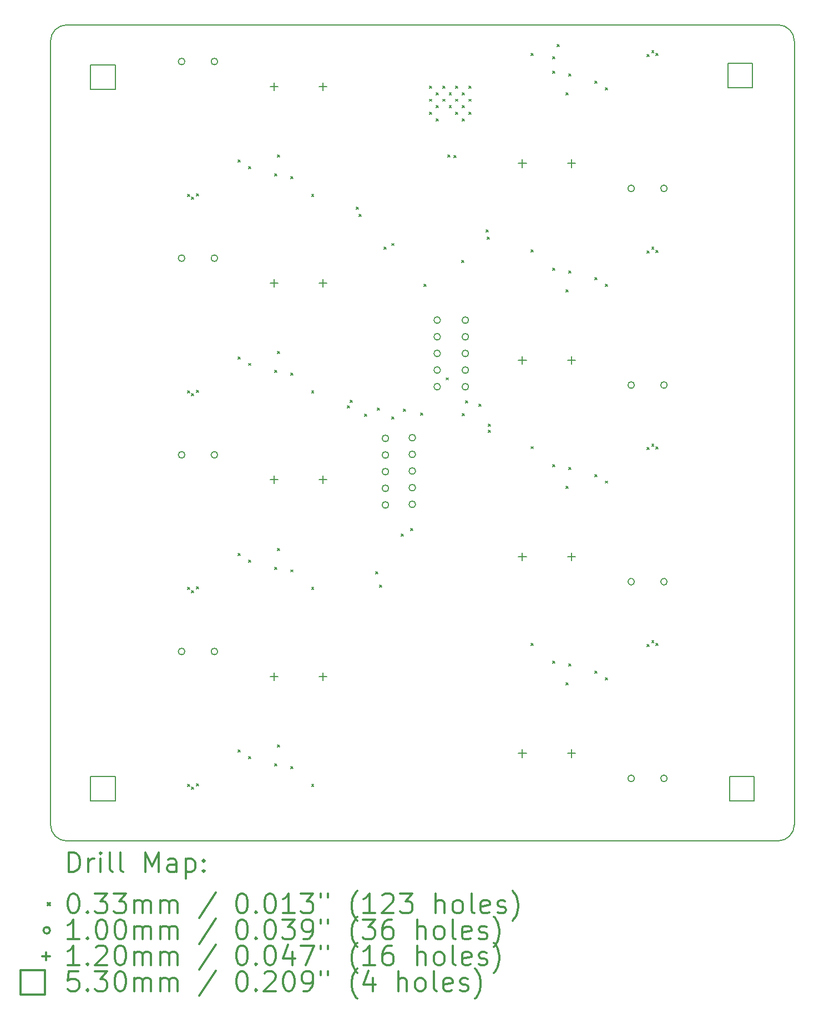
<source format=gbr>
%FSLAX45Y45*%
G04 Gerber Fmt 4.5, Leading zero omitted, Abs format (unit mm)*
G04 Created by KiCad (PCBNEW 5.0.0) date Tue Aug 14 07:29:07 2018*
%MOMM*%
%LPD*%
G01*
G04 APERTURE LIST*
%ADD10C,0.152400*%
%ADD11C,0.200000*%
%ADD12C,0.300000*%
G04 APERTURE END LIST*
D10*
X3650000Y-17200000D02*
G75*
G02X3400000Y-16950000I0J250000D01*
G01*
X14750000Y-16950000D02*
G75*
G02X14500000Y-17200000I-250000J0D01*
G01*
X14500000Y-4750000D02*
G75*
G02X14750000Y-5000000I0J-250000D01*
G01*
X3400000Y-5000000D02*
G75*
G02X3650000Y-4750000I250000J0D01*
G01*
X3400000Y-16950000D02*
X3400000Y-5000000D01*
X14500000Y-17200000D02*
X3650000Y-17200000D01*
X14750000Y-5000000D02*
X14750000Y-16950000D01*
X3650000Y-4750000D02*
X14500000Y-4750000D01*
D11*
X5488490Y-7333490D02*
X5521510Y-7366510D01*
X5521510Y-7333490D02*
X5488490Y-7366510D01*
X5488490Y-10333490D02*
X5521510Y-10366510D01*
X5521510Y-10333490D02*
X5488490Y-10366510D01*
X5488490Y-13333490D02*
X5521510Y-13366510D01*
X5521510Y-13333490D02*
X5488490Y-13366510D01*
X5488490Y-16333490D02*
X5521510Y-16366510D01*
X5521510Y-16333490D02*
X5488490Y-16366510D01*
X5553490Y-7378490D02*
X5586510Y-7411510D01*
X5586510Y-7378490D02*
X5553490Y-7411510D01*
X5553490Y-10378490D02*
X5586510Y-10411510D01*
X5586510Y-10378490D02*
X5553490Y-10411510D01*
X5553490Y-13378490D02*
X5586510Y-13411510D01*
X5586510Y-13378490D02*
X5553490Y-13411510D01*
X5553490Y-16378490D02*
X5586510Y-16411510D01*
X5586510Y-16378490D02*
X5553490Y-16411510D01*
X5623490Y-7323490D02*
X5656510Y-7356510D01*
X5656510Y-7323490D02*
X5623490Y-7356510D01*
X5623490Y-10323490D02*
X5656510Y-10356510D01*
X5656510Y-10323490D02*
X5623490Y-10356510D01*
X5623490Y-13323490D02*
X5656510Y-13356510D01*
X5656510Y-13323490D02*
X5623490Y-13356510D01*
X5623490Y-16323490D02*
X5656510Y-16356510D01*
X5656510Y-16323490D02*
X5623490Y-16356510D01*
X6263490Y-6813490D02*
X6296510Y-6846510D01*
X6296510Y-6813490D02*
X6263490Y-6846510D01*
X6263490Y-9813490D02*
X6296510Y-9846510D01*
X6296510Y-9813490D02*
X6263490Y-9846510D01*
X6263490Y-12813490D02*
X6296510Y-12846510D01*
X6296510Y-12813490D02*
X6263490Y-12846510D01*
X6263490Y-15813490D02*
X6296510Y-15846510D01*
X6296510Y-15813490D02*
X6263490Y-15846510D01*
X6418800Y-6913490D02*
X6451820Y-6946510D01*
X6451820Y-6913490D02*
X6418800Y-6946510D01*
X6418800Y-9913490D02*
X6451820Y-9946510D01*
X6451820Y-9913490D02*
X6418800Y-9946510D01*
X6418800Y-12913490D02*
X6451820Y-12946510D01*
X6451820Y-12913490D02*
X6418800Y-12946510D01*
X6418800Y-15913490D02*
X6451820Y-15946510D01*
X6451820Y-15913490D02*
X6418800Y-15946510D01*
X6820101Y-7021796D02*
X6853121Y-7054816D01*
X6853121Y-7021796D02*
X6820101Y-7054816D01*
X6820101Y-10021796D02*
X6853121Y-10054816D01*
X6853121Y-10021796D02*
X6820101Y-10054816D01*
X6820101Y-10021796D02*
X6853121Y-10054816D01*
X6853121Y-10021796D02*
X6820101Y-10054816D01*
X6820101Y-13021796D02*
X6853121Y-13054816D01*
X6853121Y-13021796D02*
X6820101Y-13054816D01*
X6820101Y-16021796D02*
X6853121Y-16054816D01*
X6853121Y-16021796D02*
X6820101Y-16054816D01*
X6863490Y-6733490D02*
X6896510Y-6766510D01*
X6896510Y-6733490D02*
X6863490Y-6766510D01*
X6863490Y-9733490D02*
X6896510Y-9766510D01*
X6896510Y-9733490D02*
X6863490Y-9766510D01*
X6863490Y-9733490D02*
X6896510Y-9766510D01*
X6896510Y-9733490D02*
X6863490Y-9766510D01*
X6863490Y-12733490D02*
X6896510Y-12766510D01*
X6896510Y-12733490D02*
X6863490Y-12766510D01*
X6863490Y-15733490D02*
X6896510Y-15766510D01*
X6896510Y-15733490D02*
X6863490Y-15766510D01*
X7063490Y-7063490D02*
X7096510Y-7096510D01*
X7096510Y-7063490D02*
X7063490Y-7096510D01*
X7063490Y-10063490D02*
X7096510Y-10096510D01*
X7096510Y-10063490D02*
X7063490Y-10096510D01*
X7063490Y-10063490D02*
X7096510Y-10096510D01*
X7096510Y-10063490D02*
X7063490Y-10096510D01*
X7063490Y-13063490D02*
X7096510Y-13096510D01*
X7096510Y-13063490D02*
X7063490Y-13096510D01*
X7063490Y-16063490D02*
X7096510Y-16096510D01*
X7096510Y-16063490D02*
X7063490Y-16096510D01*
X7383490Y-7333490D02*
X7416510Y-7366510D01*
X7416510Y-7333490D02*
X7383490Y-7366510D01*
X7383490Y-10333490D02*
X7416510Y-10366510D01*
X7416510Y-10333490D02*
X7383490Y-10366510D01*
X7383490Y-13333490D02*
X7416510Y-13366510D01*
X7416510Y-13333490D02*
X7383490Y-13366510D01*
X7383490Y-16333490D02*
X7416510Y-16366510D01*
X7416510Y-16333490D02*
X7383490Y-16366510D01*
X7928490Y-10558490D02*
X7961510Y-10591510D01*
X7961510Y-10558490D02*
X7928490Y-10591510D01*
X7973490Y-10478490D02*
X8006510Y-10511510D01*
X8006510Y-10478490D02*
X7973490Y-10511510D01*
X8063490Y-7528490D02*
X8096510Y-7561510D01*
X8096510Y-7528490D02*
X8063490Y-7561510D01*
X8108490Y-7638490D02*
X8141510Y-7671510D01*
X8141510Y-7638490D02*
X8108490Y-7671510D01*
X8193490Y-10688490D02*
X8226510Y-10721510D01*
X8226510Y-10688490D02*
X8193490Y-10721510D01*
X8363490Y-13093490D02*
X8396510Y-13126510D01*
X8396510Y-13093490D02*
X8363490Y-13126510D01*
X8383490Y-10593490D02*
X8416510Y-10626510D01*
X8416510Y-10593490D02*
X8383490Y-10626510D01*
X8423490Y-13298490D02*
X8456510Y-13331510D01*
X8456510Y-13298490D02*
X8423490Y-13331510D01*
X8486259Y-8143397D02*
X8519279Y-8176417D01*
X8519279Y-8143397D02*
X8486259Y-8176417D01*
X8606430Y-10733490D02*
X8639450Y-10766510D01*
X8639450Y-10733490D02*
X8606430Y-10766510D01*
X8610721Y-8084979D02*
X8643741Y-8117999D01*
X8643741Y-8084979D02*
X8610721Y-8117999D01*
X8753490Y-12518490D02*
X8786510Y-12551510D01*
X8786510Y-12518490D02*
X8753490Y-12551510D01*
X8788490Y-10608490D02*
X8821510Y-10641510D01*
X8821510Y-10608490D02*
X8788490Y-10641510D01*
X8893490Y-12433490D02*
X8926510Y-12466510D01*
X8926510Y-12433490D02*
X8893490Y-12466510D01*
X9043490Y-10673490D02*
X9076510Y-10706510D01*
X9076510Y-10673490D02*
X9043490Y-10706510D01*
X9098490Y-8703490D02*
X9131510Y-8736510D01*
X9131510Y-8703490D02*
X9098490Y-8736510D01*
X9183490Y-5683490D02*
X9216510Y-5716510D01*
X9216510Y-5683490D02*
X9183490Y-5716510D01*
X9183490Y-5883490D02*
X9216510Y-5916510D01*
X9216510Y-5883490D02*
X9183490Y-5916510D01*
X9183490Y-6083490D02*
X9216510Y-6116510D01*
X9216510Y-6083490D02*
X9183490Y-6116510D01*
X9283490Y-5783490D02*
X9316510Y-5816510D01*
X9316510Y-5783490D02*
X9283490Y-5816510D01*
X9283490Y-5983490D02*
X9316510Y-6016510D01*
X9316510Y-5983490D02*
X9283490Y-6016510D01*
X9283490Y-6183490D02*
X9316510Y-6216510D01*
X9316510Y-6183490D02*
X9283490Y-6216510D01*
X9383490Y-5683490D02*
X9416510Y-5716510D01*
X9416510Y-5683490D02*
X9383490Y-5716510D01*
X9383490Y-5883490D02*
X9416510Y-5916510D01*
X9416510Y-5883490D02*
X9383490Y-5916510D01*
X9433490Y-10133490D02*
X9466510Y-10166510D01*
X9466510Y-10133490D02*
X9433490Y-10166510D01*
X9458490Y-6733490D02*
X9491510Y-6766510D01*
X9491510Y-6733490D02*
X9458490Y-6766510D01*
X9483490Y-5783490D02*
X9516510Y-5816510D01*
X9516510Y-5783490D02*
X9483490Y-5816510D01*
X9483490Y-5983490D02*
X9516510Y-6016510D01*
X9516510Y-5983490D02*
X9483490Y-6016510D01*
X9558490Y-6743490D02*
X9591510Y-6776510D01*
X9591510Y-6743490D02*
X9558490Y-6776510D01*
X9583490Y-5683490D02*
X9616510Y-5716510D01*
X9616510Y-5683490D02*
X9583490Y-5716510D01*
X9583490Y-5883490D02*
X9616510Y-5916510D01*
X9616510Y-5883490D02*
X9583490Y-5916510D01*
X9583490Y-6083490D02*
X9616510Y-6116510D01*
X9616510Y-6083490D02*
X9583490Y-6116510D01*
X9670448Y-8342017D02*
X9703468Y-8375037D01*
X9703468Y-8342017D02*
X9670448Y-8375037D01*
X9683490Y-5783490D02*
X9716510Y-5816510D01*
X9716510Y-5783490D02*
X9683490Y-5816510D01*
X9683490Y-5983490D02*
X9716510Y-6016510D01*
X9716510Y-5983490D02*
X9683490Y-6016510D01*
X9683490Y-6183490D02*
X9716510Y-6216510D01*
X9716510Y-6183490D02*
X9683490Y-6216510D01*
X9683490Y-10683490D02*
X9716510Y-10716510D01*
X9716510Y-10683490D02*
X9683490Y-10716510D01*
X9733490Y-10483490D02*
X9766510Y-10516510D01*
X9766510Y-10483490D02*
X9733490Y-10516510D01*
X9783490Y-5683490D02*
X9816510Y-5716510D01*
X9816510Y-5683490D02*
X9783490Y-5716510D01*
X9783490Y-5883490D02*
X9816510Y-5916510D01*
X9816510Y-5883490D02*
X9783490Y-5916510D01*
X9783490Y-6083490D02*
X9816510Y-6116510D01*
X9816510Y-6083490D02*
X9783490Y-6116510D01*
X9933490Y-10533490D02*
X9966510Y-10566510D01*
X9966510Y-10533490D02*
X9933490Y-10566510D01*
X10048490Y-7878490D02*
X10081510Y-7911510D01*
X10081510Y-7878490D02*
X10048490Y-7911510D01*
X10063490Y-7988490D02*
X10096510Y-8021510D01*
X10096510Y-7988490D02*
X10063490Y-8021510D01*
X10077233Y-10839225D02*
X10110253Y-10872245D01*
X10110253Y-10839225D02*
X10077233Y-10872245D01*
X10083490Y-10933490D02*
X10116510Y-10966510D01*
X10116510Y-10933490D02*
X10083490Y-10966510D01*
X10733490Y-5183490D02*
X10766510Y-5216510D01*
X10766510Y-5183490D02*
X10733490Y-5216510D01*
X10733490Y-8183490D02*
X10766510Y-8216510D01*
X10766510Y-8183490D02*
X10733490Y-8216510D01*
X10733490Y-11183490D02*
X10766510Y-11216510D01*
X10766510Y-11183490D02*
X10733490Y-11216510D01*
X10733490Y-14183490D02*
X10766510Y-14216510D01*
X10766510Y-14183490D02*
X10733490Y-14216510D01*
X11063490Y-5233490D02*
X11096510Y-5266510D01*
X11096510Y-5233490D02*
X11063490Y-5266510D01*
X11063490Y-5458490D02*
X11096510Y-5491510D01*
X11096510Y-5458490D02*
X11063490Y-5491510D01*
X11063490Y-8458490D02*
X11096510Y-8491510D01*
X11096510Y-8458490D02*
X11063490Y-8491510D01*
X11063490Y-11458490D02*
X11096510Y-11491510D01*
X11096510Y-11458490D02*
X11063490Y-11491510D01*
X11063490Y-14458490D02*
X11096510Y-14491510D01*
X11096510Y-14458490D02*
X11063490Y-14491510D01*
X11133490Y-5045721D02*
X11166510Y-5078741D01*
X11166510Y-5045721D02*
X11133490Y-5078741D01*
X11263490Y-5788490D02*
X11296510Y-5821510D01*
X11296510Y-5788490D02*
X11263490Y-5821510D01*
X11263490Y-8788490D02*
X11296510Y-8821510D01*
X11296510Y-8788490D02*
X11263490Y-8821510D01*
X11263490Y-11788490D02*
X11296510Y-11821510D01*
X11296510Y-11788490D02*
X11263490Y-11821510D01*
X11263490Y-14788490D02*
X11296510Y-14821510D01*
X11296510Y-14788490D02*
X11263490Y-14821510D01*
X11306879Y-5500184D02*
X11339899Y-5533204D01*
X11339899Y-5500184D02*
X11306879Y-5533204D01*
X11306879Y-8500184D02*
X11339899Y-8533204D01*
X11339899Y-8500184D02*
X11306879Y-8533204D01*
X11306879Y-11500184D02*
X11339899Y-11533204D01*
X11339899Y-11500184D02*
X11306879Y-11533204D01*
X11306879Y-14500184D02*
X11339899Y-14533204D01*
X11339899Y-14500184D02*
X11306879Y-14533204D01*
X11708180Y-5608490D02*
X11741200Y-5641510D01*
X11741200Y-5608490D02*
X11708180Y-5641510D01*
X11708180Y-8608490D02*
X11741200Y-8641510D01*
X11741200Y-8608490D02*
X11708180Y-8641510D01*
X11708180Y-11608490D02*
X11741200Y-11641510D01*
X11741200Y-11608490D02*
X11708180Y-11641510D01*
X11708180Y-14608490D02*
X11741200Y-14641510D01*
X11741200Y-14608490D02*
X11708180Y-14641510D01*
X11863490Y-5708490D02*
X11896510Y-5741510D01*
X11896510Y-5708490D02*
X11863490Y-5741510D01*
X11863490Y-8708490D02*
X11896510Y-8741510D01*
X11896510Y-8708490D02*
X11863490Y-8741510D01*
X11863490Y-11708490D02*
X11896510Y-11741510D01*
X11896510Y-11708490D02*
X11863490Y-11741510D01*
X11863490Y-14708490D02*
X11896510Y-14741510D01*
X11896510Y-14708490D02*
X11863490Y-14741510D01*
X12503490Y-5198490D02*
X12536510Y-5231510D01*
X12536510Y-5198490D02*
X12503490Y-5231510D01*
X12503490Y-8198490D02*
X12536510Y-8231510D01*
X12536510Y-8198490D02*
X12503490Y-8231510D01*
X12503490Y-11198490D02*
X12536510Y-11231510D01*
X12536510Y-11198490D02*
X12503490Y-11231510D01*
X12503490Y-14198490D02*
X12536510Y-14231510D01*
X12536510Y-14198490D02*
X12503490Y-14231510D01*
X12573490Y-5143490D02*
X12606510Y-5176510D01*
X12606510Y-5143490D02*
X12573490Y-5176510D01*
X12573490Y-8143490D02*
X12606510Y-8176510D01*
X12606510Y-8143490D02*
X12573490Y-8176510D01*
X12573490Y-11143490D02*
X12606510Y-11176510D01*
X12606510Y-11143490D02*
X12573490Y-11176510D01*
X12573490Y-14143490D02*
X12606510Y-14176510D01*
X12606510Y-14143490D02*
X12573490Y-14176510D01*
X12638490Y-5188490D02*
X12671510Y-5221510D01*
X12671510Y-5188490D02*
X12638490Y-5221510D01*
X12638490Y-8188490D02*
X12671510Y-8221510D01*
X12671510Y-8188490D02*
X12638490Y-8221510D01*
X12638490Y-11188490D02*
X12671510Y-11221510D01*
X12671510Y-11188490D02*
X12638490Y-11221510D01*
X12638490Y-14188490D02*
X12671510Y-14221510D01*
X12671510Y-14188490D02*
X12638490Y-14221510D01*
X9350000Y-9255000D02*
G75*
G03X9350000Y-9255000I-50000J0D01*
G01*
X9350000Y-9509000D02*
G75*
G03X9350000Y-9509000I-50000J0D01*
G01*
X9350000Y-9763000D02*
G75*
G03X9350000Y-9763000I-50000J0D01*
G01*
X9350000Y-10017000D02*
G75*
G03X9350000Y-10017000I-50000J0D01*
G01*
X9350000Y-10271000D02*
G75*
G03X9350000Y-10271000I-50000J0D01*
G01*
X12310000Y-7245000D02*
G75*
G03X12310000Y-7245000I-50000J0D01*
G01*
X12810000Y-7245000D02*
G75*
G03X12810000Y-7245000I-50000J0D01*
G01*
X5450000Y-14310000D02*
G75*
G03X5450000Y-14310000I-50000J0D01*
G01*
X5950000Y-14310000D02*
G75*
G03X5950000Y-14310000I-50000J0D01*
G01*
X5450000Y-5310000D02*
G75*
G03X5450000Y-5310000I-50000J0D01*
G01*
X5950000Y-5310000D02*
G75*
G03X5950000Y-5310000I-50000J0D01*
G01*
X8970000Y-11049000D02*
G75*
G03X8970000Y-11049000I-50000J0D01*
G01*
X8970000Y-11303000D02*
G75*
G03X8970000Y-11303000I-50000J0D01*
G01*
X8970000Y-11557000D02*
G75*
G03X8970000Y-11557000I-50000J0D01*
G01*
X8970000Y-11811000D02*
G75*
G03X8970000Y-11811000I-50000J0D01*
G01*
X8970000Y-12065000D02*
G75*
G03X8970000Y-12065000I-50000J0D01*
G01*
X8560000Y-11059000D02*
G75*
G03X8560000Y-11059000I-50000J0D01*
G01*
X8560000Y-11313000D02*
G75*
G03X8560000Y-11313000I-50000J0D01*
G01*
X8560000Y-11567000D02*
G75*
G03X8560000Y-11567000I-50000J0D01*
G01*
X8560000Y-11821000D02*
G75*
G03X8560000Y-11821000I-50000J0D01*
G01*
X8560000Y-12075000D02*
G75*
G03X8560000Y-12075000I-50000J0D01*
G01*
X5450000Y-11310000D02*
G75*
G03X5450000Y-11310000I-50000J0D01*
G01*
X5950000Y-11310000D02*
G75*
G03X5950000Y-11310000I-50000J0D01*
G01*
X12310000Y-13245000D02*
G75*
G03X12310000Y-13245000I-50000J0D01*
G01*
X12810000Y-13245000D02*
G75*
G03X12810000Y-13245000I-50000J0D01*
G01*
X5450000Y-8310000D02*
G75*
G03X5450000Y-8310000I-50000J0D01*
G01*
X5950000Y-8310000D02*
G75*
G03X5950000Y-8310000I-50000J0D01*
G01*
X9780000Y-9255000D02*
G75*
G03X9780000Y-9255000I-50000J0D01*
G01*
X9780000Y-9509000D02*
G75*
G03X9780000Y-9509000I-50000J0D01*
G01*
X9780000Y-9763000D02*
G75*
G03X9780000Y-9763000I-50000J0D01*
G01*
X9780000Y-10017000D02*
G75*
G03X9780000Y-10017000I-50000J0D01*
G01*
X9780000Y-10271000D02*
G75*
G03X9780000Y-10271000I-50000J0D01*
G01*
X12310000Y-16245000D02*
G75*
G03X12310000Y-16245000I-50000J0D01*
G01*
X12810000Y-16245000D02*
G75*
G03X12810000Y-16245000I-50000J0D01*
G01*
X12310000Y-10245000D02*
G75*
G03X12310000Y-10245000I-50000J0D01*
G01*
X12810000Y-10245000D02*
G75*
G03X12810000Y-10245000I-50000J0D01*
G01*
X6810000Y-5630000D02*
X6810000Y-5750000D01*
X6750000Y-5690000D02*
X6870000Y-5690000D01*
X7560000Y-5630000D02*
X7560000Y-5750000D01*
X7500000Y-5690000D02*
X7620000Y-5690000D01*
X6810000Y-11630000D02*
X6810000Y-11750000D01*
X6750000Y-11690000D02*
X6870000Y-11690000D01*
X7560000Y-11630000D02*
X7560000Y-11750000D01*
X7500000Y-11690000D02*
X7620000Y-11690000D01*
X10600000Y-15805000D02*
X10600000Y-15925000D01*
X10540000Y-15865000D02*
X10660000Y-15865000D01*
X11350000Y-15805000D02*
X11350000Y-15925000D01*
X11290000Y-15865000D02*
X11410000Y-15865000D01*
X6810000Y-14630000D02*
X6810000Y-14750000D01*
X6750000Y-14690000D02*
X6870000Y-14690000D01*
X7560000Y-14630000D02*
X7560000Y-14750000D01*
X7500000Y-14690000D02*
X7620000Y-14690000D01*
X10600000Y-12805000D02*
X10600000Y-12925000D01*
X10540000Y-12865000D02*
X10660000Y-12865000D01*
X11350000Y-12805000D02*
X11350000Y-12925000D01*
X11290000Y-12865000D02*
X11410000Y-12865000D01*
X10600000Y-9805000D02*
X10600000Y-9925000D01*
X10540000Y-9865000D02*
X10660000Y-9865000D01*
X11350000Y-9805000D02*
X11350000Y-9925000D01*
X11290000Y-9865000D02*
X11410000Y-9865000D01*
X6810000Y-8630000D02*
X6810000Y-8750000D01*
X6750000Y-8690000D02*
X6870000Y-8690000D01*
X7560000Y-8630000D02*
X7560000Y-8750000D01*
X7500000Y-8690000D02*
X7620000Y-8690000D01*
X10600000Y-6805000D02*
X10600000Y-6925000D01*
X10540000Y-6865000D02*
X10660000Y-6865000D01*
X11350000Y-6805000D02*
X11350000Y-6925000D01*
X11290000Y-6865000D02*
X11410000Y-6865000D01*
X4387385Y-16587385D02*
X4387385Y-16212615D01*
X4012615Y-16212615D01*
X4012615Y-16587385D01*
X4387385Y-16587385D01*
X14137385Y-16587385D02*
X14137385Y-16212615D01*
X13762615Y-16212615D01*
X13762615Y-16587385D01*
X14137385Y-16587385D01*
X14112385Y-5712385D02*
X14112385Y-5337615D01*
X13737615Y-5337615D01*
X13737615Y-5712385D01*
X14112385Y-5712385D01*
X4387385Y-5737385D02*
X4387385Y-5362615D01*
X4012615Y-5362615D01*
X4012615Y-5737385D01*
X4387385Y-5737385D01*
D12*
X3678808Y-17673334D02*
X3678808Y-17373334D01*
X3750237Y-17373334D01*
X3793094Y-17387620D01*
X3821666Y-17416192D01*
X3835951Y-17444763D01*
X3850237Y-17501906D01*
X3850237Y-17544763D01*
X3835951Y-17601906D01*
X3821666Y-17630477D01*
X3793094Y-17659049D01*
X3750237Y-17673334D01*
X3678808Y-17673334D01*
X3978808Y-17673334D02*
X3978808Y-17473334D01*
X3978808Y-17530477D02*
X3993094Y-17501906D01*
X4007380Y-17487620D01*
X4035951Y-17473334D01*
X4064523Y-17473334D01*
X4164523Y-17673334D02*
X4164523Y-17473334D01*
X4164523Y-17373334D02*
X4150237Y-17387620D01*
X4164523Y-17401906D01*
X4178808Y-17387620D01*
X4164523Y-17373334D01*
X4164523Y-17401906D01*
X4350237Y-17673334D02*
X4321666Y-17659049D01*
X4307380Y-17630477D01*
X4307380Y-17373334D01*
X4507380Y-17673334D02*
X4478808Y-17659049D01*
X4464523Y-17630477D01*
X4464523Y-17373334D01*
X4850237Y-17673334D02*
X4850237Y-17373334D01*
X4950237Y-17587620D01*
X5050237Y-17373334D01*
X5050237Y-17673334D01*
X5321666Y-17673334D02*
X5321666Y-17516192D01*
X5307380Y-17487620D01*
X5278808Y-17473334D01*
X5221666Y-17473334D01*
X5193094Y-17487620D01*
X5321666Y-17659049D02*
X5293094Y-17673334D01*
X5221666Y-17673334D01*
X5193094Y-17659049D01*
X5178808Y-17630477D01*
X5178808Y-17601906D01*
X5193094Y-17573334D01*
X5221666Y-17559049D01*
X5293094Y-17559049D01*
X5321666Y-17544763D01*
X5464523Y-17473334D02*
X5464523Y-17773334D01*
X5464523Y-17487620D02*
X5493094Y-17473334D01*
X5550237Y-17473334D01*
X5578808Y-17487620D01*
X5593094Y-17501906D01*
X5607380Y-17530477D01*
X5607380Y-17616192D01*
X5593094Y-17644763D01*
X5578808Y-17659049D01*
X5550237Y-17673334D01*
X5493094Y-17673334D01*
X5464523Y-17659049D01*
X5735951Y-17644763D02*
X5750237Y-17659049D01*
X5735951Y-17673334D01*
X5721666Y-17659049D01*
X5735951Y-17644763D01*
X5735951Y-17673334D01*
X5735951Y-17487620D02*
X5750237Y-17501906D01*
X5735951Y-17516192D01*
X5721666Y-17501906D01*
X5735951Y-17487620D01*
X5735951Y-17516192D01*
X3359360Y-18151110D02*
X3392380Y-18184130D01*
X3392380Y-18151110D02*
X3359360Y-18184130D01*
X3735951Y-18003334D02*
X3764523Y-18003334D01*
X3793094Y-18017620D01*
X3807380Y-18031906D01*
X3821666Y-18060477D01*
X3835951Y-18117620D01*
X3835951Y-18189049D01*
X3821666Y-18246192D01*
X3807380Y-18274763D01*
X3793094Y-18289049D01*
X3764523Y-18303334D01*
X3735951Y-18303334D01*
X3707380Y-18289049D01*
X3693094Y-18274763D01*
X3678808Y-18246192D01*
X3664523Y-18189049D01*
X3664523Y-18117620D01*
X3678808Y-18060477D01*
X3693094Y-18031906D01*
X3707380Y-18017620D01*
X3735951Y-18003334D01*
X3964523Y-18274763D02*
X3978808Y-18289049D01*
X3964523Y-18303334D01*
X3950237Y-18289049D01*
X3964523Y-18274763D01*
X3964523Y-18303334D01*
X4078808Y-18003334D02*
X4264523Y-18003334D01*
X4164523Y-18117620D01*
X4207380Y-18117620D01*
X4235951Y-18131906D01*
X4250237Y-18146192D01*
X4264523Y-18174763D01*
X4264523Y-18246192D01*
X4250237Y-18274763D01*
X4235951Y-18289049D01*
X4207380Y-18303334D01*
X4121666Y-18303334D01*
X4093094Y-18289049D01*
X4078808Y-18274763D01*
X4364523Y-18003334D02*
X4550237Y-18003334D01*
X4450237Y-18117620D01*
X4493094Y-18117620D01*
X4521666Y-18131906D01*
X4535951Y-18146192D01*
X4550237Y-18174763D01*
X4550237Y-18246192D01*
X4535951Y-18274763D01*
X4521666Y-18289049D01*
X4493094Y-18303334D01*
X4407380Y-18303334D01*
X4378808Y-18289049D01*
X4364523Y-18274763D01*
X4678808Y-18303334D02*
X4678808Y-18103334D01*
X4678808Y-18131906D02*
X4693094Y-18117620D01*
X4721666Y-18103334D01*
X4764523Y-18103334D01*
X4793094Y-18117620D01*
X4807380Y-18146192D01*
X4807380Y-18303334D01*
X4807380Y-18146192D02*
X4821666Y-18117620D01*
X4850237Y-18103334D01*
X4893094Y-18103334D01*
X4921666Y-18117620D01*
X4935951Y-18146192D01*
X4935951Y-18303334D01*
X5078808Y-18303334D02*
X5078808Y-18103334D01*
X5078808Y-18131906D02*
X5093094Y-18117620D01*
X5121666Y-18103334D01*
X5164523Y-18103334D01*
X5193094Y-18117620D01*
X5207380Y-18146192D01*
X5207380Y-18303334D01*
X5207380Y-18146192D02*
X5221666Y-18117620D01*
X5250237Y-18103334D01*
X5293094Y-18103334D01*
X5321666Y-18117620D01*
X5335951Y-18146192D01*
X5335951Y-18303334D01*
X5921666Y-17989049D02*
X5664523Y-18374763D01*
X6307380Y-18003334D02*
X6335951Y-18003334D01*
X6364523Y-18017620D01*
X6378808Y-18031906D01*
X6393094Y-18060477D01*
X6407380Y-18117620D01*
X6407380Y-18189049D01*
X6393094Y-18246192D01*
X6378808Y-18274763D01*
X6364523Y-18289049D01*
X6335951Y-18303334D01*
X6307380Y-18303334D01*
X6278808Y-18289049D01*
X6264523Y-18274763D01*
X6250237Y-18246192D01*
X6235951Y-18189049D01*
X6235951Y-18117620D01*
X6250237Y-18060477D01*
X6264523Y-18031906D01*
X6278808Y-18017620D01*
X6307380Y-18003334D01*
X6535951Y-18274763D02*
X6550237Y-18289049D01*
X6535951Y-18303334D01*
X6521666Y-18289049D01*
X6535951Y-18274763D01*
X6535951Y-18303334D01*
X6735951Y-18003334D02*
X6764523Y-18003334D01*
X6793094Y-18017620D01*
X6807380Y-18031906D01*
X6821666Y-18060477D01*
X6835951Y-18117620D01*
X6835951Y-18189049D01*
X6821666Y-18246192D01*
X6807380Y-18274763D01*
X6793094Y-18289049D01*
X6764523Y-18303334D01*
X6735951Y-18303334D01*
X6707380Y-18289049D01*
X6693094Y-18274763D01*
X6678808Y-18246192D01*
X6664523Y-18189049D01*
X6664523Y-18117620D01*
X6678808Y-18060477D01*
X6693094Y-18031906D01*
X6707380Y-18017620D01*
X6735951Y-18003334D01*
X7121666Y-18303334D02*
X6950237Y-18303334D01*
X7035951Y-18303334D02*
X7035951Y-18003334D01*
X7007380Y-18046192D01*
X6978808Y-18074763D01*
X6950237Y-18089049D01*
X7221666Y-18003334D02*
X7407380Y-18003334D01*
X7307380Y-18117620D01*
X7350237Y-18117620D01*
X7378808Y-18131906D01*
X7393094Y-18146192D01*
X7407380Y-18174763D01*
X7407380Y-18246192D01*
X7393094Y-18274763D01*
X7378808Y-18289049D01*
X7350237Y-18303334D01*
X7264523Y-18303334D01*
X7235951Y-18289049D01*
X7221666Y-18274763D01*
X7521666Y-18003334D02*
X7521666Y-18060477D01*
X7635951Y-18003334D02*
X7635951Y-18060477D01*
X8078808Y-18417620D02*
X8064523Y-18403334D01*
X8035951Y-18360477D01*
X8021666Y-18331906D01*
X8007380Y-18289049D01*
X7993094Y-18217620D01*
X7993094Y-18160477D01*
X8007380Y-18089049D01*
X8021666Y-18046192D01*
X8035951Y-18017620D01*
X8064523Y-17974763D01*
X8078808Y-17960477D01*
X8350237Y-18303334D02*
X8178808Y-18303334D01*
X8264523Y-18303334D02*
X8264523Y-18003334D01*
X8235951Y-18046192D01*
X8207380Y-18074763D01*
X8178808Y-18089049D01*
X8464523Y-18031906D02*
X8478808Y-18017620D01*
X8507380Y-18003334D01*
X8578808Y-18003334D01*
X8607380Y-18017620D01*
X8621666Y-18031906D01*
X8635951Y-18060477D01*
X8635951Y-18089049D01*
X8621666Y-18131906D01*
X8450237Y-18303334D01*
X8635951Y-18303334D01*
X8735951Y-18003334D02*
X8921666Y-18003334D01*
X8821666Y-18117620D01*
X8864523Y-18117620D01*
X8893094Y-18131906D01*
X8907380Y-18146192D01*
X8921666Y-18174763D01*
X8921666Y-18246192D01*
X8907380Y-18274763D01*
X8893094Y-18289049D01*
X8864523Y-18303334D01*
X8778808Y-18303334D01*
X8750237Y-18289049D01*
X8735951Y-18274763D01*
X9278808Y-18303334D02*
X9278808Y-18003334D01*
X9407380Y-18303334D02*
X9407380Y-18146192D01*
X9393094Y-18117620D01*
X9364523Y-18103334D01*
X9321666Y-18103334D01*
X9293094Y-18117620D01*
X9278808Y-18131906D01*
X9593094Y-18303334D02*
X9564523Y-18289049D01*
X9550237Y-18274763D01*
X9535951Y-18246192D01*
X9535951Y-18160477D01*
X9550237Y-18131906D01*
X9564523Y-18117620D01*
X9593094Y-18103334D01*
X9635951Y-18103334D01*
X9664523Y-18117620D01*
X9678808Y-18131906D01*
X9693094Y-18160477D01*
X9693094Y-18246192D01*
X9678808Y-18274763D01*
X9664523Y-18289049D01*
X9635951Y-18303334D01*
X9593094Y-18303334D01*
X9864523Y-18303334D02*
X9835951Y-18289049D01*
X9821666Y-18260477D01*
X9821666Y-18003334D01*
X10093094Y-18289049D02*
X10064523Y-18303334D01*
X10007380Y-18303334D01*
X9978808Y-18289049D01*
X9964523Y-18260477D01*
X9964523Y-18146192D01*
X9978808Y-18117620D01*
X10007380Y-18103334D01*
X10064523Y-18103334D01*
X10093094Y-18117620D01*
X10107380Y-18146192D01*
X10107380Y-18174763D01*
X9964523Y-18203334D01*
X10221666Y-18289049D02*
X10250237Y-18303334D01*
X10307380Y-18303334D01*
X10335951Y-18289049D01*
X10350237Y-18260477D01*
X10350237Y-18246192D01*
X10335951Y-18217620D01*
X10307380Y-18203334D01*
X10264523Y-18203334D01*
X10235951Y-18189049D01*
X10221666Y-18160477D01*
X10221666Y-18146192D01*
X10235951Y-18117620D01*
X10264523Y-18103334D01*
X10307380Y-18103334D01*
X10335951Y-18117620D01*
X10450237Y-18417620D02*
X10464523Y-18403334D01*
X10493094Y-18360477D01*
X10507380Y-18331906D01*
X10521666Y-18289049D01*
X10535951Y-18217620D01*
X10535951Y-18160477D01*
X10521666Y-18089049D01*
X10507380Y-18046192D01*
X10493094Y-18017620D01*
X10464523Y-17974763D01*
X10450237Y-17960477D01*
X3392380Y-18563620D02*
G75*
G03X3392380Y-18563620I-50000J0D01*
G01*
X3835951Y-18699334D02*
X3664523Y-18699334D01*
X3750237Y-18699334D02*
X3750237Y-18399334D01*
X3721666Y-18442192D01*
X3693094Y-18470763D01*
X3664523Y-18485049D01*
X3964523Y-18670763D02*
X3978808Y-18685049D01*
X3964523Y-18699334D01*
X3950237Y-18685049D01*
X3964523Y-18670763D01*
X3964523Y-18699334D01*
X4164523Y-18399334D02*
X4193094Y-18399334D01*
X4221666Y-18413620D01*
X4235951Y-18427906D01*
X4250237Y-18456477D01*
X4264523Y-18513620D01*
X4264523Y-18585049D01*
X4250237Y-18642192D01*
X4235951Y-18670763D01*
X4221666Y-18685049D01*
X4193094Y-18699334D01*
X4164523Y-18699334D01*
X4135951Y-18685049D01*
X4121666Y-18670763D01*
X4107380Y-18642192D01*
X4093094Y-18585049D01*
X4093094Y-18513620D01*
X4107380Y-18456477D01*
X4121666Y-18427906D01*
X4135951Y-18413620D01*
X4164523Y-18399334D01*
X4450237Y-18399334D02*
X4478808Y-18399334D01*
X4507380Y-18413620D01*
X4521666Y-18427906D01*
X4535951Y-18456477D01*
X4550237Y-18513620D01*
X4550237Y-18585049D01*
X4535951Y-18642192D01*
X4521666Y-18670763D01*
X4507380Y-18685049D01*
X4478808Y-18699334D01*
X4450237Y-18699334D01*
X4421666Y-18685049D01*
X4407380Y-18670763D01*
X4393094Y-18642192D01*
X4378808Y-18585049D01*
X4378808Y-18513620D01*
X4393094Y-18456477D01*
X4407380Y-18427906D01*
X4421666Y-18413620D01*
X4450237Y-18399334D01*
X4678808Y-18699334D02*
X4678808Y-18499334D01*
X4678808Y-18527906D02*
X4693094Y-18513620D01*
X4721666Y-18499334D01*
X4764523Y-18499334D01*
X4793094Y-18513620D01*
X4807380Y-18542192D01*
X4807380Y-18699334D01*
X4807380Y-18542192D02*
X4821666Y-18513620D01*
X4850237Y-18499334D01*
X4893094Y-18499334D01*
X4921666Y-18513620D01*
X4935951Y-18542192D01*
X4935951Y-18699334D01*
X5078808Y-18699334D02*
X5078808Y-18499334D01*
X5078808Y-18527906D02*
X5093094Y-18513620D01*
X5121666Y-18499334D01*
X5164523Y-18499334D01*
X5193094Y-18513620D01*
X5207380Y-18542192D01*
X5207380Y-18699334D01*
X5207380Y-18542192D02*
X5221666Y-18513620D01*
X5250237Y-18499334D01*
X5293094Y-18499334D01*
X5321666Y-18513620D01*
X5335951Y-18542192D01*
X5335951Y-18699334D01*
X5921666Y-18385049D02*
X5664523Y-18770763D01*
X6307380Y-18399334D02*
X6335951Y-18399334D01*
X6364523Y-18413620D01*
X6378808Y-18427906D01*
X6393094Y-18456477D01*
X6407380Y-18513620D01*
X6407380Y-18585049D01*
X6393094Y-18642192D01*
X6378808Y-18670763D01*
X6364523Y-18685049D01*
X6335951Y-18699334D01*
X6307380Y-18699334D01*
X6278808Y-18685049D01*
X6264523Y-18670763D01*
X6250237Y-18642192D01*
X6235951Y-18585049D01*
X6235951Y-18513620D01*
X6250237Y-18456477D01*
X6264523Y-18427906D01*
X6278808Y-18413620D01*
X6307380Y-18399334D01*
X6535951Y-18670763D02*
X6550237Y-18685049D01*
X6535951Y-18699334D01*
X6521666Y-18685049D01*
X6535951Y-18670763D01*
X6535951Y-18699334D01*
X6735951Y-18399334D02*
X6764523Y-18399334D01*
X6793094Y-18413620D01*
X6807380Y-18427906D01*
X6821666Y-18456477D01*
X6835951Y-18513620D01*
X6835951Y-18585049D01*
X6821666Y-18642192D01*
X6807380Y-18670763D01*
X6793094Y-18685049D01*
X6764523Y-18699334D01*
X6735951Y-18699334D01*
X6707380Y-18685049D01*
X6693094Y-18670763D01*
X6678808Y-18642192D01*
X6664523Y-18585049D01*
X6664523Y-18513620D01*
X6678808Y-18456477D01*
X6693094Y-18427906D01*
X6707380Y-18413620D01*
X6735951Y-18399334D01*
X6935951Y-18399334D02*
X7121666Y-18399334D01*
X7021666Y-18513620D01*
X7064523Y-18513620D01*
X7093094Y-18527906D01*
X7107380Y-18542192D01*
X7121666Y-18570763D01*
X7121666Y-18642192D01*
X7107380Y-18670763D01*
X7093094Y-18685049D01*
X7064523Y-18699334D01*
X6978808Y-18699334D01*
X6950237Y-18685049D01*
X6935951Y-18670763D01*
X7264523Y-18699334D02*
X7321666Y-18699334D01*
X7350237Y-18685049D01*
X7364523Y-18670763D01*
X7393094Y-18627906D01*
X7407380Y-18570763D01*
X7407380Y-18456477D01*
X7393094Y-18427906D01*
X7378808Y-18413620D01*
X7350237Y-18399334D01*
X7293094Y-18399334D01*
X7264523Y-18413620D01*
X7250237Y-18427906D01*
X7235951Y-18456477D01*
X7235951Y-18527906D01*
X7250237Y-18556477D01*
X7264523Y-18570763D01*
X7293094Y-18585049D01*
X7350237Y-18585049D01*
X7378808Y-18570763D01*
X7393094Y-18556477D01*
X7407380Y-18527906D01*
X7521666Y-18399334D02*
X7521666Y-18456477D01*
X7635951Y-18399334D02*
X7635951Y-18456477D01*
X8078808Y-18813620D02*
X8064523Y-18799334D01*
X8035951Y-18756477D01*
X8021666Y-18727906D01*
X8007380Y-18685049D01*
X7993094Y-18613620D01*
X7993094Y-18556477D01*
X8007380Y-18485049D01*
X8021666Y-18442192D01*
X8035951Y-18413620D01*
X8064523Y-18370763D01*
X8078808Y-18356477D01*
X8164523Y-18399334D02*
X8350237Y-18399334D01*
X8250237Y-18513620D01*
X8293094Y-18513620D01*
X8321666Y-18527906D01*
X8335951Y-18542192D01*
X8350237Y-18570763D01*
X8350237Y-18642192D01*
X8335951Y-18670763D01*
X8321666Y-18685049D01*
X8293094Y-18699334D01*
X8207380Y-18699334D01*
X8178808Y-18685049D01*
X8164523Y-18670763D01*
X8607380Y-18399334D02*
X8550237Y-18399334D01*
X8521666Y-18413620D01*
X8507380Y-18427906D01*
X8478808Y-18470763D01*
X8464523Y-18527906D01*
X8464523Y-18642192D01*
X8478808Y-18670763D01*
X8493094Y-18685049D01*
X8521666Y-18699334D01*
X8578808Y-18699334D01*
X8607380Y-18685049D01*
X8621666Y-18670763D01*
X8635951Y-18642192D01*
X8635951Y-18570763D01*
X8621666Y-18542192D01*
X8607380Y-18527906D01*
X8578808Y-18513620D01*
X8521666Y-18513620D01*
X8493094Y-18527906D01*
X8478808Y-18542192D01*
X8464523Y-18570763D01*
X8993094Y-18699334D02*
X8993094Y-18399334D01*
X9121666Y-18699334D02*
X9121666Y-18542192D01*
X9107380Y-18513620D01*
X9078808Y-18499334D01*
X9035951Y-18499334D01*
X9007380Y-18513620D01*
X8993094Y-18527906D01*
X9307380Y-18699334D02*
X9278808Y-18685049D01*
X9264523Y-18670763D01*
X9250237Y-18642192D01*
X9250237Y-18556477D01*
X9264523Y-18527906D01*
X9278808Y-18513620D01*
X9307380Y-18499334D01*
X9350237Y-18499334D01*
X9378808Y-18513620D01*
X9393094Y-18527906D01*
X9407380Y-18556477D01*
X9407380Y-18642192D01*
X9393094Y-18670763D01*
X9378808Y-18685049D01*
X9350237Y-18699334D01*
X9307380Y-18699334D01*
X9578808Y-18699334D02*
X9550237Y-18685049D01*
X9535951Y-18656477D01*
X9535951Y-18399334D01*
X9807380Y-18685049D02*
X9778808Y-18699334D01*
X9721666Y-18699334D01*
X9693094Y-18685049D01*
X9678808Y-18656477D01*
X9678808Y-18542192D01*
X9693094Y-18513620D01*
X9721666Y-18499334D01*
X9778808Y-18499334D01*
X9807380Y-18513620D01*
X9821666Y-18542192D01*
X9821666Y-18570763D01*
X9678808Y-18599334D01*
X9935951Y-18685049D02*
X9964523Y-18699334D01*
X10021666Y-18699334D01*
X10050237Y-18685049D01*
X10064523Y-18656477D01*
X10064523Y-18642192D01*
X10050237Y-18613620D01*
X10021666Y-18599334D01*
X9978808Y-18599334D01*
X9950237Y-18585049D01*
X9935951Y-18556477D01*
X9935951Y-18542192D01*
X9950237Y-18513620D01*
X9978808Y-18499334D01*
X10021666Y-18499334D01*
X10050237Y-18513620D01*
X10164523Y-18813620D02*
X10178808Y-18799334D01*
X10207380Y-18756477D01*
X10221666Y-18727906D01*
X10235951Y-18685049D01*
X10250237Y-18613620D01*
X10250237Y-18556477D01*
X10235951Y-18485049D01*
X10221666Y-18442192D01*
X10207380Y-18413620D01*
X10178808Y-18370763D01*
X10164523Y-18356477D01*
X3332380Y-18899620D02*
X3332380Y-19019620D01*
X3272380Y-18959620D02*
X3392380Y-18959620D01*
X3835951Y-19095334D02*
X3664523Y-19095334D01*
X3750237Y-19095334D02*
X3750237Y-18795334D01*
X3721666Y-18838192D01*
X3693094Y-18866763D01*
X3664523Y-18881049D01*
X3964523Y-19066763D02*
X3978808Y-19081049D01*
X3964523Y-19095334D01*
X3950237Y-19081049D01*
X3964523Y-19066763D01*
X3964523Y-19095334D01*
X4093094Y-18823906D02*
X4107380Y-18809620D01*
X4135951Y-18795334D01*
X4207380Y-18795334D01*
X4235951Y-18809620D01*
X4250237Y-18823906D01*
X4264523Y-18852477D01*
X4264523Y-18881049D01*
X4250237Y-18923906D01*
X4078808Y-19095334D01*
X4264523Y-19095334D01*
X4450237Y-18795334D02*
X4478808Y-18795334D01*
X4507380Y-18809620D01*
X4521666Y-18823906D01*
X4535951Y-18852477D01*
X4550237Y-18909620D01*
X4550237Y-18981049D01*
X4535951Y-19038192D01*
X4521666Y-19066763D01*
X4507380Y-19081049D01*
X4478808Y-19095334D01*
X4450237Y-19095334D01*
X4421666Y-19081049D01*
X4407380Y-19066763D01*
X4393094Y-19038192D01*
X4378808Y-18981049D01*
X4378808Y-18909620D01*
X4393094Y-18852477D01*
X4407380Y-18823906D01*
X4421666Y-18809620D01*
X4450237Y-18795334D01*
X4678808Y-19095334D02*
X4678808Y-18895334D01*
X4678808Y-18923906D02*
X4693094Y-18909620D01*
X4721666Y-18895334D01*
X4764523Y-18895334D01*
X4793094Y-18909620D01*
X4807380Y-18938192D01*
X4807380Y-19095334D01*
X4807380Y-18938192D02*
X4821666Y-18909620D01*
X4850237Y-18895334D01*
X4893094Y-18895334D01*
X4921666Y-18909620D01*
X4935951Y-18938192D01*
X4935951Y-19095334D01*
X5078808Y-19095334D02*
X5078808Y-18895334D01*
X5078808Y-18923906D02*
X5093094Y-18909620D01*
X5121666Y-18895334D01*
X5164523Y-18895334D01*
X5193094Y-18909620D01*
X5207380Y-18938192D01*
X5207380Y-19095334D01*
X5207380Y-18938192D02*
X5221666Y-18909620D01*
X5250237Y-18895334D01*
X5293094Y-18895334D01*
X5321666Y-18909620D01*
X5335951Y-18938192D01*
X5335951Y-19095334D01*
X5921666Y-18781049D02*
X5664523Y-19166763D01*
X6307380Y-18795334D02*
X6335951Y-18795334D01*
X6364523Y-18809620D01*
X6378808Y-18823906D01*
X6393094Y-18852477D01*
X6407380Y-18909620D01*
X6407380Y-18981049D01*
X6393094Y-19038192D01*
X6378808Y-19066763D01*
X6364523Y-19081049D01*
X6335951Y-19095334D01*
X6307380Y-19095334D01*
X6278808Y-19081049D01*
X6264523Y-19066763D01*
X6250237Y-19038192D01*
X6235951Y-18981049D01*
X6235951Y-18909620D01*
X6250237Y-18852477D01*
X6264523Y-18823906D01*
X6278808Y-18809620D01*
X6307380Y-18795334D01*
X6535951Y-19066763D02*
X6550237Y-19081049D01*
X6535951Y-19095334D01*
X6521666Y-19081049D01*
X6535951Y-19066763D01*
X6535951Y-19095334D01*
X6735951Y-18795334D02*
X6764523Y-18795334D01*
X6793094Y-18809620D01*
X6807380Y-18823906D01*
X6821666Y-18852477D01*
X6835951Y-18909620D01*
X6835951Y-18981049D01*
X6821666Y-19038192D01*
X6807380Y-19066763D01*
X6793094Y-19081049D01*
X6764523Y-19095334D01*
X6735951Y-19095334D01*
X6707380Y-19081049D01*
X6693094Y-19066763D01*
X6678808Y-19038192D01*
X6664523Y-18981049D01*
X6664523Y-18909620D01*
X6678808Y-18852477D01*
X6693094Y-18823906D01*
X6707380Y-18809620D01*
X6735951Y-18795334D01*
X7093094Y-18895334D02*
X7093094Y-19095334D01*
X7021666Y-18781049D02*
X6950237Y-18995334D01*
X7135951Y-18995334D01*
X7221666Y-18795334D02*
X7421666Y-18795334D01*
X7293094Y-19095334D01*
X7521666Y-18795334D02*
X7521666Y-18852477D01*
X7635951Y-18795334D02*
X7635951Y-18852477D01*
X8078808Y-19209620D02*
X8064523Y-19195334D01*
X8035951Y-19152477D01*
X8021666Y-19123906D01*
X8007380Y-19081049D01*
X7993094Y-19009620D01*
X7993094Y-18952477D01*
X8007380Y-18881049D01*
X8021666Y-18838192D01*
X8035951Y-18809620D01*
X8064523Y-18766763D01*
X8078808Y-18752477D01*
X8350237Y-19095334D02*
X8178808Y-19095334D01*
X8264523Y-19095334D02*
X8264523Y-18795334D01*
X8235951Y-18838192D01*
X8207380Y-18866763D01*
X8178808Y-18881049D01*
X8607380Y-18795334D02*
X8550237Y-18795334D01*
X8521666Y-18809620D01*
X8507380Y-18823906D01*
X8478808Y-18866763D01*
X8464523Y-18923906D01*
X8464523Y-19038192D01*
X8478808Y-19066763D01*
X8493094Y-19081049D01*
X8521666Y-19095334D01*
X8578808Y-19095334D01*
X8607380Y-19081049D01*
X8621666Y-19066763D01*
X8635951Y-19038192D01*
X8635951Y-18966763D01*
X8621666Y-18938192D01*
X8607380Y-18923906D01*
X8578808Y-18909620D01*
X8521666Y-18909620D01*
X8493094Y-18923906D01*
X8478808Y-18938192D01*
X8464523Y-18966763D01*
X8993094Y-19095334D02*
X8993094Y-18795334D01*
X9121666Y-19095334D02*
X9121666Y-18938192D01*
X9107380Y-18909620D01*
X9078808Y-18895334D01*
X9035951Y-18895334D01*
X9007380Y-18909620D01*
X8993094Y-18923906D01*
X9307380Y-19095334D02*
X9278808Y-19081049D01*
X9264523Y-19066763D01*
X9250237Y-19038192D01*
X9250237Y-18952477D01*
X9264523Y-18923906D01*
X9278808Y-18909620D01*
X9307380Y-18895334D01*
X9350237Y-18895334D01*
X9378808Y-18909620D01*
X9393094Y-18923906D01*
X9407380Y-18952477D01*
X9407380Y-19038192D01*
X9393094Y-19066763D01*
X9378808Y-19081049D01*
X9350237Y-19095334D01*
X9307380Y-19095334D01*
X9578808Y-19095334D02*
X9550237Y-19081049D01*
X9535951Y-19052477D01*
X9535951Y-18795334D01*
X9807380Y-19081049D02*
X9778808Y-19095334D01*
X9721666Y-19095334D01*
X9693094Y-19081049D01*
X9678808Y-19052477D01*
X9678808Y-18938192D01*
X9693094Y-18909620D01*
X9721666Y-18895334D01*
X9778808Y-18895334D01*
X9807380Y-18909620D01*
X9821666Y-18938192D01*
X9821666Y-18966763D01*
X9678808Y-18995334D01*
X9935951Y-19081049D02*
X9964523Y-19095334D01*
X10021666Y-19095334D01*
X10050237Y-19081049D01*
X10064523Y-19052477D01*
X10064523Y-19038192D01*
X10050237Y-19009620D01*
X10021666Y-18995334D01*
X9978808Y-18995334D01*
X9950237Y-18981049D01*
X9935951Y-18952477D01*
X9935951Y-18938192D01*
X9950237Y-18909620D01*
X9978808Y-18895334D01*
X10021666Y-18895334D01*
X10050237Y-18909620D01*
X10164523Y-19209620D02*
X10178808Y-19195334D01*
X10207380Y-19152477D01*
X10221666Y-19123906D01*
X10235951Y-19081049D01*
X10250237Y-19009620D01*
X10250237Y-18952477D01*
X10235951Y-18881049D01*
X10221666Y-18838192D01*
X10207380Y-18809620D01*
X10178808Y-18766763D01*
X10164523Y-18752477D01*
X3314765Y-19543005D02*
X3314765Y-19168235D01*
X2939995Y-19168235D01*
X2939995Y-19543005D01*
X3314765Y-19543005D01*
X3821666Y-19191334D02*
X3678808Y-19191334D01*
X3664523Y-19334192D01*
X3678808Y-19319906D01*
X3707380Y-19305620D01*
X3778808Y-19305620D01*
X3807380Y-19319906D01*
X3821666Y-19334192D01*
X3835951Y-19362763D01*
X3835951Y-19434192D01*
X3821666Y-19462763D01*
X3807380Y-19477049D01*
X3778808Y-19491334D01*
X3707380Y-19491334D01*
X3678808Y-19477049D01*
X3664523Y-19462763D01*
X3964523Y-19462763D02*
X3978808Y-19477049D01*
X3964523Y-19491334D01*
X3950237Y-19477049D01*
X3964523Y-19462763D01*
X3964523Y-19491334D01*
X4078808Y-19191334D02*
X4264523Y-19191334D01*
X4164523Y-19305620D01*
X4207380Y-19305620D01*
X4235951Y-19319906D01*
X4250237Y-19334192D01*
X4264523Y-19362763D01*
X4264523Y-19434192D01*
X4250237Y-19462763D01*
X4235951Y-19477049D01*
X4207380Y-19491334D01*
X4121666Y-19491334D01*
X4093094Y-19477049D01*
X4078808Y-19462763D01*
X4450237Y-19191334D02*
X4478808Y-19191334D01*
X4507380Y-19205620D01*
X4521666Y-19219906D01*
X4535951Y-19248477D01*
X4550237Y-19305620D01*
X4550237Y-19377049D01*
X4535951Y-19434192D01*
X4521666Y-19462763D01*
X4507380Y-19477049D01*
X4478808Y-19491334D01*
X4450237Y-19491334D01*
X4421666Y-19477049D01*
X4407380Y-19462763D01*
X4393094Y-19434192D01*
X4378808Y-19377049D01*
X4378808Y-19305620D01*
X4393094Y-19248477D01*
X4407380Y-19219906D01*
X4421666Y-19205620D01*
X4450237Y-19191334D01*
X4678808Y-19491334D02*
X4678808Y-19291334D01*
X4678808Y-19319906D02*
X4693094Y-19305620D01*
X4721666Y-19291334D01*
X4764523Y-19291334D01*
X4793094Y-19305620D01*
X4807380Y-19334192D01*
X4807380Y-19491334D01*
X4807380Y-19334192D02*
X4821666Y-19305620D01*
X4850237Y-19291334D01*
X4893094Y-19291334D01*
X4921666Y-19305620D01*
X4935951Y-19334192D01*
X4935951Y-19491334D01*
X5078808Y-19491334D02*
X5078808Y-19291334D01*
X5078808Y-19319906D02*
X5093094Y-19305620D01*
X5121666Y-19291334D01*
X5164523Y-19291334D01*
X5193094Y-19305620D01*
X5207380Y-19334192D01*
X5207380Y-19491334D01*
X5207380Y-19334192D02*
X5221666Y-19305620D01*
X5250237Y-19291334D01*
X5293094Y-19291334D01*
X5321666Y-19305620D01*
X5335951Y-19334192D01*
X5335951Y-19491334D01*
X5921666Y-19177049D02*
X5664523Y-19562763D01*
X6307380Y-19191334D02*
X6335951Y-19191334D01*
X6364523Y-19205620D01*
X6378808Y-19219906D01*
X6393094Y-19248477D01*
X6407380Y-19305620D01*
X6407380Y-19377049D01*
X6393094Y-19434192D01*
X6378808Y-19462763D01*
X6364523Y-19477049D01*
X6335951Y-19491334D01*
X6307380Y-19491334D01*
X6278808Y-19477049D01*
X6264523Y-19462763D01*
X6250237Y-19434192D01*
X6235951Y-19377049D01*
X6235951Y-19305620D01*
X6250237Y-19248477D01*
X6264523Y-19219906D01*
X6278808Y-19205620D01*
X6307380Y-19191334D01*
X6535951Y-19462763D02*
X6550237Y-19477049D01*
X6535951Y-19491334D01*
X6521666Y-19477049D01*
X6535951Y-19462763D01*
X6535951Y-19491334D01*
X6664523Y-19219906D02*
X6678808Y-19205620D01*
X6707380Y-19191334D01*
X6778808Y-19191334D01*
X6807380Y-19205620D01*
X6821666Y-19219906D01*
X6835951Y-19248477D01*
X6835951Y-19277049D01*
X6821666Y-19319906D01*
X6650237Y-19491334D01*
X6835951Y-19491334D01*
X7021666Y-19191334D02*
X7050237Y-19191334D01*
X7078808Y-19205620D01*
X7093094Y-19219906D01*
X7107380Y-19248477D01*
X7121666Y-19305620D01*
X7121666Y-19377049D01*
X7107380Y-19434192D01*
X7093094Y-19462763D01*
X7078808Y-19477049D01*
X7050237Y-19491334D01*
X7021666Y-19491334D01*
X6993094Y-19477049D01*
X6978808Y-19462763D01*
X6964523Y-19434192D01*
X6950237Y-19377049D01*
X6950237Y-19305620D01*
X6964523Y-19248477D01*
X6978808Y-19219906D01*
X6993094Y-19205620D01*
X7021666Y-19191334D01*
X7264523Y-19491334D02*
X7321666Y-19491334D01*
X7350237Y-19477049D01*
X7364523Y-19462763D01*
X7393094Y-19419906D01*
X7407380Y-19362763D01*
X7407380Y-19248477D01*
X7393094Y-19219906D01*
X7378808Y-19205620D01*
X7350237Y-19191334D01*
X7293094Y-19191334D01*
X7264523Y-19205620D01*
X7250237Y-19219906D01*
X7235951Y-19248477D01*
X7235951Y-19319906D01*
X7250237Y-19348477D01*
X7264523Y-19362763D01*
X7293094Y-19377049D01*
X7350237Y-19377049D01*
X7378808Y-19362763D01*
X7393094Y-19348477D01*
X7407380Y-19319906D01*
X7521666Y-19191334D02*
X7521666Y-19248477D01*
X7635951Y-19191334D02*
X7635951Y-19248477D01*
X8078808Y-19605620D02*
X8064523Y-19591334D01*
X8035951Y-19548477D01*
X8021666Y-19519906D01*
X8007380Y-19477049D01*
X7993094Y-19405620D01*
X7993094Y-19348477D01*
X8007380Y-19277049D01*
X8021666Y-19234192D01*
X8035951Y-19205620D01*
X8064523Y-19162763D01*
X8078808Y-19148477D01*
X8321666Y-19291334D02*
X8321666Y-19491334D01*
X8250237Y-19177049D02*
X8178808Y-19391334D01*
X8364523Y-19391334D01*
X8707380Y-19491334D02*
X8707380Y-19191334D01*
X8835951Y-19491334D02*
X8835951Y-19334192D01*
X8821666Y-19305620D01*
X8793094Y-19291334D01*
X8750237Y-19291334D01*
X8721666Y-19305620D01*
X8707380Y-19319906D01*
X9021666Y-19491334D02*
X8993094Y-19477049D01*
X8978808Y-19462763D01*
X8964523Y-19434192D01*
X8964523Y-19348477D01*
X8978808Y-19319906D01*
X8993094Y-19305620D01*
X9021666Y-19291334D01*
X9064523Y-19291334D01*
X9093094Y-19305620D01*
X9107380Y-19319906D01*
X9121666Y-19348477D01*
X9121666Y-19434192D01*
X9107380Y-19462763D01*
X9093094Y-19477049D01*
X9064523Y-19491334D01*
X9021666Y-19491334D01*
X9293094Y-19491334D02*
X9264523Y-19477049D01*
X9250237Y-19448477D01*
X9250237Y-19191334D01*
X9521666Y-19477049D02*
X9493094Y-19491334D01*
X9435951Y-19491334D01*
X9407380Y-19477049D01*
X9393094Y-19448477D01*
X9393094Y-19334192D01*
X9407380Y-19305620D01*
X9435951Y-19291334D01*
X9493094Y-19291334D01*
X9521666Y-19305620D01*
X9535951Y-19334192D01*
X9535951Y-19362763D01*
X9393094Y-19391334D01*
X9650237Y-19477049D02*
X9678808Y-19491334D01*
X9735951Y-19491334D01*
X9764523Y-19477049D01*
X9778808Y-19448477D01*
X9778808Y-19434192D01*
X9764523Y-19405620D01*
X9735951Y-19391334D01*
X9693094Y-19391334D01*
X9664523Y-19377049D01*
X9650237Y-19348477D01*
X9650237Y-19334192D01*
X9664523Y-19305620D01*
X9693094Y-19291334D01*
X9735951Y-19291334D01*
X9764523Y-19305620D01*
X9878808Y-19605620D02*
X9893094Y-19591334D01*
X9921666Y-19548477D01*
X9935951Y-19519906D01*
X9950237Y-19477049D01*
X9964523Y-19405620D01*
X9964523Y-19348477D01*
X9950237Y-19277049D01*
X9935951Y-19234192D01*
X9921666Y-19205620D01*
X9893094Y-19162763D01*
X9878808Y-19148477D01*
M02*

</source>
